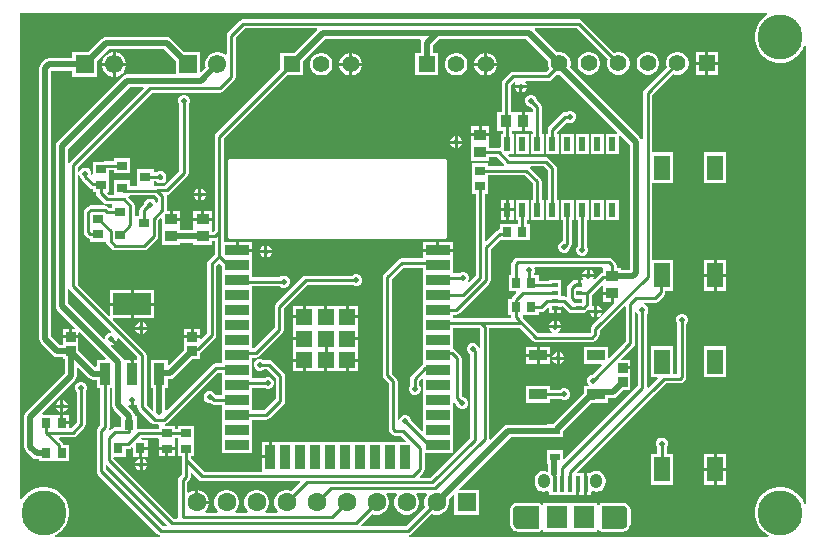
<source format=gbr>
%TF.GenerationSoftware,Altium Limited,Altium Designer,21.4.1 (30)*%
G04 Layer_Physical_Order=1*
G04 Layer_Color=255*
%FSLAX25Y25*%
%MOIN*%
%TF.SameCoordinates,82249629-20A9-4E05-8B69-989CC10A5609*%
%TF.FilePolarity,Positive*%
%TF.FileFunction,Copper,L1,Top,Signal*%
%TF.Part,Single*%
G01*
G75*
%TA.AperFunction,SMDPad,CuDef*%
%ADD10R,0.05512X0.08268*%
%TA.AperFunction,BGAPad,CuDef*%
%ADD11R,0.05236X0.05236*%
%TA.AperFunction,SMDPad,CuDef*%
%ADD12R,0.03543X0.07874*%
%ADD13R,0.07874X0.03543*%
%ADD14R,0.02362X0.04724*%
%ADD15R,0.02953X0.03347*%
%ADD16R,0.12598X0.07480*%
%ADD17R,0.03543X0.07480*%
%ADD18R,0.04134X0.03740*%
%TA.AperFunction,ConnectorPad*%
%ADD19R,0.07087X0.07480*%
%ADD20R,0.01575X0.05315*%
%TA.AperFunction,SMDPad,CuDef*%
%ADD21R,0.03197X0.03183*%
%ADD22R,0.05906X0.03543*%
%ADD23R,0.03268X0.02480*%
%ADD24R,0.01968X0.01378*%
%ADD25R,0.03347X0.02953*%
%ADD26R,0.03150X0.03543*%
%ADD27R,0.03543X0.03150*%
%ADD28R,0.03740X0.04134*%
%TA.AperFunction,Conductor*%
%ADD29C,0.01000*%
%ADD30C,0.02000*%
%TA.AperFunction,ComponentPad*%
%ADD31R,0.05512X0.05512*%
%ADD32C,0.05512*%
%ADD33R,0.06102X0.06102*%
%ADD34C,0.06102*%
%ADD35O,0.04134X0.04921*%
%ADD36C,0.06299*%
%ADD37R,0.06299X0.06299*%
%TA.AperFunction,ViaPad*%
%ADD38C,0.02000*%
%ADD39C,0.15000*%
G36*
X249134Y174407D02*
X249019Y173729D01*
X248082Y173102D01*
X246898Y171918D01*
X245967Y170526D01*
X245327Y168979D01*
X245000Y167337D01*
Y165663D01*
X245327Y164021D01*
X245967Y162474D01*
X246898Y161082D01*
X248082Y159898D01*
X249474Y158967D01*
X251021Y158327D01*
X252663Y158000D01*
X254337D01*
X255979Y158327D01*
X257526Y158967D01*
X258918Y159898D01*
X260102Y161082D01*
X261033Y162474D01*
X261500Y163602D01*
X262000Y163503D01*
Y10997D01*
X261500Y10898D01*
X261033Y12026D01*
X260102Y13418D01*
X258918Y14602D01*
X257526Y15533D01*
X255979Y16173D01*
X254337Y16500D01*
X252663D01*
X251021Y16173D01*
X249474Y15533D01*
X248082Y14602D01*
X246898Y13418D01*
X245967Y12026D01*
X245327Y10479D01*
X245000Y8837D01*
Y7163D01*
X245327Y5521D01*
X245967Y3974D01*
X246898Y2582D01*
X248082Y1398D01*
X249474Y467D01*
X249694Y376D01*
X249596Y-114D01*
X129697D01*
X129648Y386D01*
X130085Y473D01*
X130581Y804D01*
X137334Y7556D01*
X137398Y7519D01*
X138454Y7236D01*
X139546D01*
X140602Y7519D01*
X141548Y8065D01*
X142321Y8838D01*
X142867Y9784D01*
X143150Y10840D01*
Y11932D01*
X142998Y12500D01*
X144388Y13890D01*
X144850Y13699D01*
Y7236D01*
X153150D01*
Y15535D01*
X146687D01*
X146495Y15997D01*
X163734Y33236D01*
X175866D01*
Y33035D01*
X181134D01*
Y35026D01*
X190687Y44579D01*
X191374D01*
X191374Y44579D01*
X191374Y44579D01*
X191572Y44618D01*
X196098D01*
Y46122D01*
X197638D01*
X198418Y46277D01*
X199080Y46720D01*
X201285Y48925D01*
X203599D01*
Y53664D01*
Y55755D01*
X201000D01*
Y56755D01*
X203599D01*
Y58847D01*
X200777D01*
X200586Y59309D01*
X204681Y63404D01*
X205013Y63901D01*
X205129Y64486D01*
Y74917D01*
X205600Y74988D01*
X205905Y74253D01*
X206071Y74087D01*
Y50219D01*
X181596Y25745D01*
X181134Y25936D01*
Y28736D01*
X175866D01*
Y24256D01*
X176229D01*
Y21960D01*
X175814Y21682D01*
X175541Y21795D01*
X174740Y21901D01*
X173940Y21795D01*
X173194Y21486D01*
X172553Y20994D01*
X172061Y20354D01*
X171752Y19608D01*
X171647Y18807D01*
Y18020D01*
X171752Y17219D01*
X172061Y16473D01*
X172553Y15832D01*
X173194Y15341D01*
X173940Y15032D01*
X174740Y14926D01*
X175541Y15032D01*
X176094Y15261D01*
X176594Y14995D01*
Y13772D01*
X185559D01*
Y17429D01*
X186559D01*
Y13772D01*
X188118D01*
Y17429D01*
Y21087D01*
X186017D01*
X185826Y21549D01*
X215413Y51136D01*
X220114D01*
X220700Y51252D01*
X221196Y51584D01*
X221781Y52170D01*
X222113Y52666D01*
X222229Y53251D01*
Y70987D01*
X222395Y71153D01*
X222700Y71888D01*
Y72684D01*
X222395Y73419D01*
X221833Y73981D01*
X221098Y74286D01*
X220302D01*
X219567Y73981D01*
X219005Y73419D01*
X218700Y72684D01*
Y71888D01*
X219005Y71153D01*
X219171Y70987D01*
Y54195D01*
X217898D01*
Y63433D01*
X210386D01*
Y53165D01*
X212463D01*
X212655Y52703D01*
X209629Y49678D01*
X209129Y49885D01*
Y74087D01*
X209296Y74253D01*
X209600Y74988D01*
Y75784D01*
X209296Y76519D01*
X208733Y77081D01*
X207998Y77386D01*
X208069Y77856D01*
X211642D01*
X212227Y77973D01*
X212723Y78304D01*
X214723Y80304D01*
X215055Y80800D01*
X215171Y81386D01*
Y81953D01*
X217898D01*
Y92220D01*
X210829D01*
Y117780D01*
X217898D01*
Y128047D01*
X210829D01*
Y147119D01*
X217903Y154193D01*
X218769Y153961D01*
X219758D01*
X220713Y154217D01*
X221570Y154711D01*
X222269Y155410D01*
X222764Y156267D01*
X223020Y157222D01*
Y158211D01*
X222764Y159166D01*
X222269Y160023D01*
X221570Y160722D01*
X220713Y161216D01*
X219758Y161472D01*
X218769D01*
X217814Y161216D01*
X216958Y160722D01*
X216258Y160023D01*
X215764Y159166D01*
X215508Y158211D01*
Y157222D01*
X215740Y156356D01*
X208219Y148834D01*
X207887Y148338D01*
X207771Y147753D01*
Y132522D01*
X207271Y132371D01*
X206942Y132863D01*
X183424Y156380D01*
X183650Y157222D01*
Y158211D01*
X183394Y159166D01*
X182899Y160023D01*
X182200Y160722D01*
X181343Y161216D01*
X180388Y161472D01*
X179399D01*
X179102Y161393D01*
X171638Y168856D01*
X171845Y169356D01*
X185776D01*
X196055Y159078D01*
X195823Y158211D01*
Y157222D01*
X196079Y156267D01*
X196573Y155410D01*
X197273Y154711D01*
X198129Y154217D01*
X199084Y153961D01*
X200073D01*
X201028Y154217D01*
X201885Y154711D01*
X202584Y155410D01*
X203079Y156267D01*
X203335Y157222D01*
Y158211D01*
X203079Y159166D01*
X202584Y160023D01*
X201885Y160722D01*
X201028Y161216D01*
X200073Y161472D01*
X199084D01*
X198218Y161240D01*
X187491Y171967D01*
X186995Y172299D01*
X186410Y172415D01*
X74400D01*
X73815Y172299D01*
X73319Y171967D01*
X69419Y168067D01*
X69087Y167571D01*
X68971Y166986D01*
Y160786D01*
X68509Y160595D01*
X68409Y160695D01*
X67485Y161228D01*
X66454Y161504D01*
X65388D01*
X64358Y161228D01*
X63434Y160695D01*
X62679Y159940D01*
X62146Y159017D01*
X61870Y157986D01*
Y156920D01*
X62004Y156419D01*
X60592Y155007D01*
X60130Y155199D01*
Y161504D01*
X54912D01*
X50473Y165942D01*
X49812Y166384D01*
X49032Y166539D01*
X28772D01*
X27991Y166384D01*
X27330Y165942D01*
X22825Y161437D01*
X17606D01*
Y159425D01*
X9672D01*
X8891Y159270D01*
X8230Y158828D01*
X7058Y157656D01*
X6616Y156995D01*
X6461Y156214D01*
Y65886D01*
X6616Y65105D01*
X7058Y64444D01*
X11058Y60444D01*
X11720Y60002D01*
X12500Y59847D01*
X14401D01*
Y59294D01*
X14961D01*
Y54345D01*
X2058Y41442D01*
X1616Y40780D01*
X1461Y40000D01*
Y30000D01*
X1616Y29220D01*
X2058Y28558D01*
X4194Y26422D01*
X4856Y25980D01*
X5636Y25825D01*
X6465D01*
Y25327D01*
X11417D01*
X11417Y25327D01*
X11583D01*
Y25327D01*
X11917Y25327D01*
X16535D01*
Y30673D01*
X14634D01*
X14577Y30961D01*
X14245Y31457D01*
X13095Y32607D01*
X13287Y33069D01*
X17713D01*
X18298Y33186D01*
X18794Y33517D01*
X21581Y36304D01*
X21913Y36801D01*
X22029Y37386D01*
Y48287D01*
X22196Y48453D01*
X22500Y49188D01*
Y49984D01*
X22196Y50719D01*
X21633Y51281D01*
X20898Y51586D01*
X20102D01*
X19367Y51281D01*
X18804Y50719D01*
X18500Y49984D01*
Y49188D01*
X18804Y48453D01*
X18971Y48287D01*
Y38019D01*
X17079Y36128D01*
X16535D01*
Y37500D01*
X14059D01*
Y38000D01*
X13559D01*
Y40673D01*
X11583D01*
Y40673D01*
X11417D01*
Y40673D01*
X7710D01*
X7519Y41135D01*
X18442Y52058D01*
X18884Y52720D01*
X19039Y53500D01*
Y56309D01*
X19501Y56501D01*
X23172Y52830D01*
X23834Y52388D01*
X24614Y52232D01*
X24614Y52232D01*
X25673D01*
Y49531D01*
X26915D01*
Y37114D01*
X26103Y36302D01*
X25772Y35806D01*
X25655Y35221D01*
Y21701D01*
X25772Y21116D01*
X26103Y20620D01*
X45919Y804D01*
X46415Y473D01*
X46852Y386D01*
X46803Y-114D01*
X11904D01*
X11806Y376D01*
X12026Y467D01*
X13418Y1398D01*
X14602Y2582D01*
X15533Y3974D01*
X16173Y5521D01*
X16500Y7163D01*
Y8837D01*
X16173Y10479D01*
X15533Y12026D01*
X14602Y13418D01*
X13418Y14602D01*
X12026Y15533D01*
X10479Y16173D01*
X8837Y16500D01*
X7163D01*
X5521Y16173D01*
X3974Y15533D01*
X2582Y14602D01*
X1398Y13418D01*
X771Y12481D01*
X93Y12366D01*
X0Y12436D01*
Y174500D01*
X249064D01*
X249134Y174407D01*
D02*
G37*
G36*
X176218Y158509D02*
X176138Y158211D01*
Y157222D01*
X176394Y156267D01*
X176580Y155945D01*
X175538Y154903D01*
X164413D01*
X163827Y154786D01*
X163331Y154455D01*
X161064Y152188D01*
X160733Y151691D01*
X160616Y151106D01*
Y141453D01*
X159275D01*
Y135319D01*
X160971D01*
Y134272D01*
X160319D01*
Y129950D01*
X159819Y129540D01*
X159713Y129561D01*
X156567D01*
Y130984D01*
Y133354D01*
X150433D01*
Y130984D01*
Y125276D01*
X156567D01*
Y126502D01*
X159080D01*
X161608Y123974D01*
X161401Y123474D01*
X156173D01*
Y124421D01*
X150827D01*
Y119468D01*
X150827D01*
Y119303D01*
X150827D01*
Y114350D01*
X151971D01*
Y86862D01*
X149906Y84798D01*
X149523Y85080D01*
X149827Y85815D01*
Y86611D01*
X149523Y87346D01*
X148960Y87909D01*
X148225Y88213D01*
X147430D01*
X146695Y87909D01*
X146528Y87743D01*
X144366D01*
Y92728D01*
Y95000D01*
X134492D01*
Y92743D01*
X127327D01*
X126742Y92626D01*
X126246Y92295D01*
X121419Y87467D01*
X121087Y86971D01*
X120971Y86386D01*
Y53686D01*
X121087Y53101D01*
X121419Y52604D01*
X122971Y51052D01*
Y35729D01*
X123087Y35144D01*
X123419Y34648D01*
X124004Y34062D01*
X124501Y33730D01*
X125086Y33614D01*
X127081D01*
X128733Y31962D01*
X128541Y31500D01*
X83965D01*
Y26563D01*
X83465D01*
Y26063D01*
X80693D01*
Y21626D01*
X80218Y21565D01*
X61484D01*
X57029Y26019D01*
Y26850D01*
X58173D01*
Y31803D01*
X58173D01*
Y31968D01*
X58173D01*
Y36921D01*
X52827D01*
Y35974D01*
X51673D01*
Y36921D01*
X48375D01*
X48326Y37421D01*
X48585Y37473D01*
X49081Y37804D01*
X65961Y54684D01*
X67563D01*
Y52728D01*
Y47029D01*
X65404D01*
X65146Y47287D01*
X65003Y47633D01*
X64441Y48195D01*
X63705Y48500D01*
X62910D01*
X62175Y48195D01*
X61612Y47633D01*
X61308Y46898D01*
Y46102D01*
X61612Y45367D01*
X62175Y44804D01*
X62910Y44500D01*
X63608D01*
X63689Y44419D01*
X64185Y44087D01*
X64771Y43971D01*
X67563D01*
Y37728D01*
Y32728D01*
Y27728D01*
X77437D01*
Y32728D01*
Y38971D01*
X82200D01*
X82785Y39087D01*
X83281Y39419D01*
X87981Y44119D01*
X88313Y44615D01*
X88429Y45200D01*
Y53386D01*
X88313Y53971D01*
X87981Y54467D01*
X84081Y58367D01*
X83585Y58699D01*
X83000Y58815D01*
X81299D01*
X81133Y58981D01*
X80398Y59286D01*
X79602D01*
X78867Y58981D01*
X78304Y58419D01*
X78000Y57684D01*
Y56888D01*
X78304Y56153D01*
X78867Y55590D01*
X79602Y55286D01*
X80398D01*
X81133Y55590D01*
X81299Y55756D01*
X82367D01*
X85371Y52752D01*
Y45834D01*
X81567Y42029D01*
X77437D01*
Y47728D01*
Y49684D01*
X81501D01*
X81667Y49518D01*
X82402Y49213D01*
X83198D01*
X83933Y49518D01*
X84496Y50080D01*
X84800Y50815D01*
Y51611D01*
X84496Y52346D01*
X83933Y52909D01*
X83198Y53213D01*
X82402D01*
X81667Y52909D01*
X81501Y52743D01*
X77437D01*
Y57728D01*
Y59684D01*
X78800D01*
X79385Y59800D01*
X79881Y60132D01*
X87581Y67832D01*
X87913Y68328D01*
X88029Y68913D01*
Y75952D01*
X95934Y83856D01*
X110901D01*
X111067Y83690D01*
X111802Y83386D01*
X112598D01*
X113333Y83690D01*
X113895Y84253D01*
X114200Y84988D01*
Y85784D01*
X113895Y86519D01*
X113333Y87081D01*
X112598Y87386D01*
X111802D01*
X111067Y87081D01*
X110901Y86915D01*
X95300D01*
X94715Y86799D01*
X94219Y86467D01*
X85419Y77667D01*
X85087Y77171D01*
X84971Y76586D01*
Y69547D01*
X78167Y62743D01*
X77437D01*
Y67728D01*
Y72728D01*
Y77728D01*
Y83471D01*
X86701D01*
X86867Y83305D01*
X87602Y83000D01*
X88398D01*
X89133Y83305D01*
X89696Y83867D01*
X90000Y84602D01*
Y85398D01*
X89696Y86133D01*
X89133Y86695D01*
X88398Y87000D01*
X87602D01*
X86867Y86695D01*
X86701Y86529D01*
X77437D01*
Y92728D01*
Y95000D01*
X72500D01*
Y95500D01*
X72000D01*
Y98272D01*
X68029D01*
Y101386D01*
Y132662D01*
X89064Y153697D01*
X94413D01*
Y158325D01*
X101935Y165847D01*
X133593D01*
X133828Y165406D01*
X133773Y165324D01*
X133618Y164543D01*
Y161209D01*
X131902D01*
Y153697D01*
X139413D01*
Y161209D01*
X137697D01*
Y163698D01*
X139845Y165847D01*
X168880D01*
X176218Y158509D01*
D02*
G37*
G36*
X52028Y158620D02*
Y154039D01*
X35814D01*
X35034Y153884D01*
X34372Y153442D01*
X12558Y131628D01*
X12116Y130966D01*
X11961Y130186D01*
Y76986D01*
X12116Y76205D01*
X12558Y75544D01*
X18424Y69678D01*
X18232Y69216D01*
X17500D01*
Y67125D01*
X19599D01*
Y67850D01*
X20061Y68041D01*
X28628Y59474D01*
X28437Y59012D01*
X25673D01*
Y56804D01*
X25173Y56596D01*
X19599Y62171D01*
Y64034D01*
Y66125D01*
X17000D01*
X14401D01*
Y63925D01*
X13345D01*
X10539Y66730D01*
Y155347D01*
X17606D01*
Y153335D01*
X25709D01*
Y158553D01*
X29616Y162461D01*
X48187D01*
X52028Y158620D01*
D02*
G37*
G36*
X179399Y153961D02*
X180076D01*
X199265Y134772D01*
X199058Y134272D01*
X195319D01*
Y127547D01*
X199681D01*
Y133649D01*
X200181Y133856D01*
X203461Y130576D01*
Y88779D01*
X200567D01*
Y89610D01*
X199029D01*
Y90386D01*
X198913Y90971D01*
X198581Y91467D01*
X197581Y92467D01*
X197085Y92799D01*
X196500Y92915D01*
X166027D01*
X165442Y92799D01*
X164945Y92467D01*
X164360Y91881D01*
X164028Y91385D01*
X163912Y90800D01*
Y87059D01*
X162965D01*
Y81713D01*
X165396D01*
X165588Y81251D01*
X164392Y80055D01*
X164060Y79558D01*
X163961Y79059D01*
X162905D01*
Y73713D01*
X163852D01*
Y73068D01*
X163586Y72743D01*
X144366D01*
Y73971D01*
X145599D01*
X146185Y74087D01*
X146681Y74419D01*
X156581Y84319D01*
X156913Y84815D01*
X157029Y85401D01*
Y95752D01*
X159990Y98713D01*
X164583D01*
X164917Y98713D01*
X165417Y98713D01*
X170035D01*
Y104059D01*
X169059D01*
Y105500D01*
X169681D01*
Y112224D01*
X165319D01*
Y105500D01*
X166000D01*
Y104413D01*
X165647Y104059D01*
X165083Y104059D01*
X164583Y104059D01*
X159965D01*
Y102448D01*
X159465Y102349D01*
X158969Y102018D01*
X155491Y98540D01*
X155029Y98731D01*
Y114350D01*
X156173D01*
Y119303D01*
X156173D01*
Y119468D01*
X156173D01*
Y120415D01*
X168307D01*
X170971Y117752D01*
Y112224D01*
X170319D01*
Y105500D01*
X174681D01*
Y112224D01*
X174029D01*
Y118386D01*
X173913Y118971D01*
X173581Y119467D01*
X170192Y122856D01*
X170399Y123356D01*
X174866D01*
X175971Y122252D01*
Y112224D01*
X175319D01*
Y105500D01*
X179681D01*
Y112224D01*
X179029D01*
Y122886D01*
X178913Y123471D01*
X178581Y123967D01*
X176581Y125967D01*
X176085Y126299D01*
X175500Y126415D01*
X163493D01*
X162822Y127085D01*
X163014Y127547D01*
X164681D01*
Y134272D01*
X164029D01*
Y135319D01*
X167354D01*
Y138386D01*
Y141453D01*
X163675D01*
Y150473D01*
X164849Y151646D01*
X165076Y151611D01*
X165245Y151256D01*
X165280Y151074D01*
X165042Y150500D01*
X168958D01*
X168695Y151133D01*
X168485Y151344D01*
X168692Y151844D01*
X176171D01*
X176757Y151960D01*
X177068Y152168D01*
X177253Y152292D01*
X179023Y154062D01*
X179399Y153961D01*
D02*
G37*
G36*
X41350Y149499D02*
X16745Y124894D01*
X16539Y124585D01*
X16039Y124737D01*
Y129341D01*
X36659Y149961D01*
X41159D01*
X41350Y149499D01*
D02*
G37*
G36*
X45971Y112924D02*
Y111400D01*
X45471Y111300D01*
X45268Y111790D01*
X44705Y112353D01*
X43970Y112657D01*
X43174D01*
X42439Y112353D01*
X41877Y111790D01*
X41572Y111055D01*
Y111002D01*
X40356Y109785D01*
X40024Y109289D01*
X39908Y108704D01*
Y106961D01*
X38665D01*
X38364Y107336D01*
Y110322D01*
X38310Y110594D01*
X38248Y110907D01*
X38248Y110907D01*
X38248Y110907D01*
X38081Y111157D01*
X37916Y111403D01*
X36249Y113071D01*
X36456Y113571D01*
X36835D01*
Y113805D01*
X45090D01*
X45971Y112924D01*
D02*
G37*
G36*
X20131Y119867D02*
X20361Y119637D01*
X20414Y119372D01*
X20745Y118876D01*
X23331Y116290D01*
X23827Y115959D01*
X24327Y115859D01*
Y114850D01*
X25471D01*
Y114472D01*
X25587Y113886D01*
X25919Y113390D01*
X27993Y111315D01*
X28490Y110984D01*
X29075Y110867D01*
X30360D01*
X30791Y110701D01*
Y109655D01*
X29723D01*
X29376Y110003D01*
X28880Y110334D01*
X28295Y110451D01*
X23705D01*
X23120Y110334D01*
X22624Y110003D01*
X21745Y109124D01*
X21414Y108628D01*
X21297Y108043D01*
Y101413D01*
X21414Y100827D01*
X21745Y100331D01*
X22331Y99745D01*
X22827Y99414D01*
X23327Y99314D01*
Y98350D01*
X28673D01*
X28865Y97930D01*
X28878Y97864D01*
X28878Y97864D01*
X28878Y97864D01*
X29032Y97634D01*
X29210Y97368D01*
X30773Y95804D01*
X30773Y95804D01*
X30774Y95804D01*
X30970Y95673D01*
X31270Y95473D01*
X31270Y95473D01*
X31270Y95473D01*
X31593Y95408D01*
X31855Y95356D01*
X31855Y95356D01*
X31855Y95356D01*
X41500D01*
X42085Y95473D01*
X42581Y95804D01*
X45790Y99013D01*
X46122Y99509D01*
X46238Y100094D01*
Y105374D01*
X46971Y106107D01*
X47433Y105915D01*
Y102870D01*
Y97161D01*
X53567D01*
Y97992D01*
X57933D01*
Y97161D01*
X64067D01*
Y98502D01*
X64971D01*
Y94019D01*
X62919Y91967D01*
X62587Y91471D01*
X62471Y90886D01*
Y67740D01*
X60561Y65830D01*
X60099Y66021D01*
Y66125D01*
X57500D01*
X54901D01*
Y64034D01*
Y62178D01*
X49789Y57066D01*
X49327Y57257D01*
Y59012D01*
X43784D01*
Y49531D01*
X44516D01*
Y42186D01*
X44054Y41995D01*
X42329Y43719D01*
Y60386D01*
X42213Y60971D01*
X41881Y61467D01*
X31051Y72298D01*
X31242Y72760D01*
X37000D01*
Y77000D01*
X30201D01*
Y73801D01*
X29739Y73610D01*
X19356Y83992D01*
Y120531D01*
X19827Y120602D01*
X20131Y119867D01*
D02*
G37*
G36*
X99177Y168856D02*
X91530Y161209D01*
X86901D01*
Y155860D01*
X65419Y134377D01*
X65087Y133881D01*
X64971Y133295D01*
Y102019D01*
X64567Y101616D01*
X64067Y101693D01*
Y102870D01*
Y105240D01*
X57933D01*
Y102071D01*
X53567D01*
Y105240D01*
X50500D01*
Y105740D01*
X50000D01*
Y108610D01*
X49184D01*
X49029Y108799D01*
Y113558D01*
X48976Y113827D01*
X49000Y113856D01*
X49585Y113973D01*
X50081Y114304D01*
X55881Y120104D01*
X56213Y120600D01*
X56329Y121186D01*
Y143987D01*
X56495Y144153D01*
X56800Y144888D01*
Y145684D01*
X56495Y146419D01*
X55933Y146981D01*
X55198Y147286D01*
X54402D01*
X53667Y146981D01*
X53105Y146419D01*
X52800Y145684D01*
Y144888D01*
X53105Y144153D01*
X53271Y143987D01*
Y121819D01*
X48366Y116915D01*
X45724D01*
X45463Y116863D01*
X44835D01*
X44709Y117311D01*
X44709Y117363D01*
Y118356D01*
X45450D01*
X45808Y117999D01*
X46543Y117694D01*
X47339D01*
X48074Y117999D01*
X48636Y118561D01*
X48941Y119296D01*
Y120092D01*
X48636Y120827D01*
X48074Y121389D01*
X47339Y121694D01*
X46543D01*
X45870Y121415D01*
X44709D01*
Y122461D01*
X39165D01*
Y117363D01*
X39165Y117311D01*
X39039Y116863D01*
X36835D01*
Y118720D01*
X31291D01*
Y113926D01*
X29708D01*
X29246Y114389D01*
X29437Y114850D01*
X29673D01*
Y119468D01*
X29673Y119803D01*
X29673Y120303D01*
Y122097D01*
X31291D01*
Y121051D01*
X36835D01*
Y126201D01*
X31291D01*
Y125155D01*
X28759D01*
X28174Y125039D01*
X28041Y124951D01*
X27976D01*
X27829Y124921D01*
X24327D01*
Y120858D01*
X23827Y120662D01*
Y121398D01*
X23522Y122133D01*
X22960Y122696D01*
X22225Y123000D01*
X21429D01*
X20694Y122696D01*
X20131Y122133D01*
X19827Y121398D01*
X19356Y121469D01*
Y123179D01*
X44148Y147971D01*
X66814D01*
X67400Y148087D01*
X67896Y148419D01*
X71581Y152104D01*
X71913Y152601D01*
X72029Y153186D01*
Y166352D01*
X75033Y169356D01*
X98970D01*
X99177Y168856D01*
D02*
G37*
G36*
X194433Y89610D02*
Y87917D01*
X193933Y87818D01*
X193437Y87486D01*
X191679Y85728D01*
X191255Y86011D01*
X191458Y86500D01*
X187542D01*
X187785Y85913D01*
X187605Y85413D01*
X187035D01*
Y83724D01*
X186035D01*
Y85413D01*
X184551D01*
Y85164D01*
X184415Y85137D01*
X183919Y84806D01*
X182919Y83806D01*
X182587Y83310D01*
X182471Y82724D01*
Y80239D01*
X181971Y79972D01*
X181900Y80019D01*
X181315Y80136D01*
X180449D01*
Y80295D01*
Y85413D01*
X176480D01*
Y85254D01*
X173035D01*
Y87059D01*
X171592D01*
X171385Y87559D01*
X171387Y87562D01*
X171691Y88297D01*
Y89092D01*
X171582Y89356D01*
X171916Y89856D01*
X194035D01*
X194433Y89610D01*
D02*
G37*
G36*
Y83449D02*
Y81531D01*
X197500D01*
Y81031D01*
X198000D01*
Y78161D01*
X198059D01*
X198251Y77699D01*
X190771Y70220D01*
X190440Y69724D01*
X190323Y69139D01*
Y68019D01*
X190058Y67754D01*
X179611D01*
X179511Y68254D01*
X179633Y68305D01*
X180195Y68867D01*
X180458Y69500D01*
X176542D01*
X176804Y68867D01*
X177367Y68305D01*
X177489Y68254D01*
X177389Y67754D01*
X172858D01*
X167636Y72976D01*
X167702Y73588D01*
X167858Y73712D01*
X168024D01*
Y73713D01*
X172976D01*
Y74856D01*
X173713D01*
X174298Y74973D01*
X174794Y75304D01*
X175980Y76491D01*
X176480Y76284D01*
Y74358D01*
X177965D01*
Y76047D01*
X178465D01*
Y76547D01*
X180449D01*
Y76602D01*
X180949Y76810D01*
X182793Y74966D01*
X183289Y74634D01*
X183874Y74518D01*
X184551D01*
Y74358D01*
X188520D01*
Y74818D01*
X188545Y74823D01*
X189041Y75155D01*
X189582Y75695D01*
X189874Y75500D01*
X191500D01*
Y76958D01*
X191140Y76809D01*
X190735Y77182D01*
X190809Y77556D01*
Y80532D01*
X193933Y83656D01*
X194433Y83449D01*
D02*
G37*
G36*
X16745Y82278D02*
X30523Y68500D01*
X30316Y68000D01*
X30102D01*
X29367Y67695D01*
X28804Y67133D01*
X28500Y66398D01*
Y66077D01*
X28000Y65870D01*
X16039Y77830D01*
Y82434D01*
X16539Y82586D01*
X16745Y82278D01*
D02*
G37*
G36*
X202071Y76540D02*
Y65119D01*
X196560Y59609D01*
X196098Y59800D01*
Y63153D01*
X188193D01*
Y57610D01*
X193908D01*
X194099Y57148D01*
X190951Y54000D01*
X190716D01*
X189981Y53695D01*
X189419Y53133D01*
X189114Y52398D01*
Y51602D01*
X189419Y50867D01*
X189624Y50661D01*
X189417Y50161D01*
X188193D01*
Y47852D01*
X177856Y37516D01*
X175866D01*
Y37315D01*
X162890D01*
X162109Y37160D01*
X161448Y36718D01*
X156992Y32261D01*
X156543Y32493D01*
X156529Y32506D01*
Y69684D01*
X166603D01*
X171143Y65143D01*
X171639Y64812D01*
X172225Y64695D01*
X190692D01*
X191277Y64812D01*
X191773Y65143D01*
X192934Y66304D01*
X193266Y66800D01*
X193382Y67386D01*
Y68505D01*
X201609Y76732D01*
X202071Y76540D01*
D02*
G37*
G36*
X153471Y69367D02*
Y62969D01*
X153000Y62898D01*
X152696Y63633D01*
X152133Y64196D01*
X151398Y64500D01*
X150602D01*
X149867Y64196D01*
X149304Y63633D01*
X149000Y62898D01*
Y62102D01*
X149304Y61367D01*
X149867Y60804D01*
X150111Y60703D01*
Y32774D01*
X144725Y27388D01*
X144366Y27736D01*
Y32728D01*
Y37728D01*
Y42728D01*
Y44650D01*
X144866Y44857D01*
X145500Y44223D01*
Y43988D01*
X145805Y43253D01*
X146367Y42690D01*
X147102Y42386D01*
X147898D01*
X148633Y42690D01*
X149196Y43253D01*
X149500Y43988D01*
Y44784D01*
X149196Y45519D01*
X148633Y46081D01*
X147898Y46386D01*
X147663D01*
X147329Y46719D01*
Y59413D01*
X147213Y59999D01*
X146881Y60495D01*
X145081Y62295D01*
X144585Y62626D01*
X144366Y62670D01*
Y67728D01*
Y69684D01*
X153153D01*
X153471Y69367D01*
D02*
G37*
G36*
X39271Y59752D02*
Y59012D01*
X38000D01*
Y54272D01*
X37000D01*
Y59012D01*
X34728D01*
X34728Y59012D01*
Y59012D01*
X34426Y59402D01*
X34342Y59528D01*
X33801Y60069D01*
X33658Y60282D01*
X33658Y60282D01*
X32487Y61454D01*
X32273Y61596D01*
X30370Y63500D01*
X30577Y64000D01*
X30898D01*
X31633Y64305D01*
X32195Y64867D01*
X32500Y65602D01*
Y65816D01*
X33000Y66023D01*
X39271Y59752D01*
D02*
G37*
G36*
X38000Y43542D02*
X38633Y43804D01*
X38771Y43942D01*
X39271Y43735D01*
Y43086D01*
X39387Y42500D01*
X39719Y42004D01*
X43919Y37804D01*
X44415Y37473D01*
X45000Y37356D01*
X46170D01*
X46327Y36921D01*
X46327D01*
Y35974D01*
X39768D01*
X39575Y35936D01*
X39075Y36341D01*
Y40095D01*
X38537D01*
X38384Y40866D01*
X37942Y41528D01*
X36022Y43447D01*
X36367Y43804D01*
X37000Y43542D01*
Y45500D01*
X38000D01*
Y43542D01*
D02*
G37*
G36*
X67563Y90160D02*
Y87728D01*
Y82728D01*
Y77728D01*
Y72728D01*
Y67728D01*
Y62728D01*
Y57743D01*
X65327D01*
X64742Y57626D01*
X64246Y57295D01*
X49056Y42105D01*
X48594Y42296D01*
Y49531D01*
X49327D01*
Y52509D01*
X50155D01*
X50936Y52664D01*
X51597Y53106D01*
X57785Y59294D01*
X60099D01*
Y61160D01*
X60452Y61396D01*
X65081Y66025D01*
X65413Y66521D01*
X65529Y67106D01*
Y90252D01*
X66500Y91223D01*
X67563Y90160D01*
D02*
G37*
G36*
X30861Y43686D02*
X31016Y42905D01*
X31458Y42244D01*
X33925Y39777D01*
Y36415D01*
X31785D01*
X31199Y36299D01*
X30703Y35967D01*
X30112Y35376D01*
X29724Y35695D01*
X29858Y35895D01*
X29974Y36481D01*
Y49531D01*
X30861D01*
Y43686D01*
D02*
G37*
G36*
X134492Y87728D02*
Y82728D01*
Y77728D01*
Y72728D01*
Y67728D01*
Y62728D01*
Y57415D01*
X134113Y57162D01*
X130570Y53619D01*
X130238Y53123D01*
X130122Y52537D01*
Y50480D01*
X129956Y50314D01*
X129651Y49579D01*
Y48783D01*
X129956Y48048D01*
X130518Y47485D01*
X131254Y47181D01*
X132049D01*
X132784Y47485D01*
X133347Y48048D01*
X133651Y48783D01*
Y49579D01*
X133347Y50314D01*
X133181Y50480D01*
Y51904D01*
X133992Y52715D01*
X134492Y52508D01*
Y47728D01*
Y42728D01*
Y37728D01*
Y35340D01*
X134030Y35149D01*
X130500Y38679D01*
Y38914D01*
X130195Y39649D01*
X129633Y40212D01*
X128898Y40516D01*
X128102D01*
X127367Y40212D01*
X126804Y39649D01*
X126500Y38914D01*
X126029Y38985D01*
Y51686D01*
X125913Y52271D01*
X125581Y52767D01*
X124029Y54319D01*
Y85752D01*
X127961Y89684D01*
X134492D01*
Y87728D01*
D02*
G37*
G36*
X52827Y31968D02*
X52827D01*
Y31803D01*
X52827D01*
Y26850D01*
X53971D01*
Y25386D01*
Y20519D01*
X53224Y19773D01*
X52893Y19277D01*
X52776Y18691D01*
Y6580D01*
X52809Y6415D01*
X52399Y5915D01*
X51518D01*
X31256Y26177D01*
X31316Y26677D01*
X35335D01*
Y29191D01*
X36044D01*
X36629Y29307D01*
X37125Y29639D01*
X37203Y29717D01*
X37665Y29526D01*
Y26677D01*
X39740D01*
Y29449D01*
X40240D01*
Y29949D01*
X42815D01*
Y32220D01*
X40688D01*
X40440Y32720D01*
X40589Y32915D01*
X45973D01*
X46327Y32562D01*
X46327Y31968D01*
X46327Y31468D01*
Y29827D01*
X49000D01*
X51673D01*
Y31468D01*
X51673Y31803D01*
X51673Y32303D01*
Y32915D01*
X52827D01*
Y31968D01*
D02*
G37*
G36*
X144706Y27369D02*
X136902Y19565D01*
X133495D01*
X133304Y20027D01*
X134581Y21304D01*
X134913Y21801D01*
X135029Y22386D01*
Y27728D01*
X144358D01*
X144706Y27369D01*
D02*
G37*
G36*
X59769Y18954D02*
X60265Y18622D01*
X60850Y18506D01*
X93304D01*
X93495Y18044D01*
X90667Y15215D01*
X90602Y15253D01*
X89546Y15535D01*
X88454D01*
X87398Y15253D01*
X86452Y14706D01*
X85680Y13934D01*
X85133Y12988D01*
X84850Y11932D01*
Y10840D01*
X85133Y9784D01*
X85680Y8838D01*
X86102Y8415D01*
X85895Y7915D01*
X82105D01*
X81898Y8415D01*
X82320Y8838D01*
X82867Y9784D01*
X83150Y10840D01*
Y11932D01*
X82867Y12988D01*
X82320Y13934D01*
X81548Y14706D01*
X80602Y15253D01*
X79546Y15535D01*
X78454D01*
X77398Y15253D01*
X76452Y14706D01*
X75679Y13934D01*
X75133Y12988D01*
X74850Y11932D01*
Y10840D01*
X75133Y9784D01*
X75679Y8838D01*
X76102Y8415D01*
X75895Y7915D01*
X72105D01*
X71898Y8415D01*
X72320Y8838D01*
X72867Y9784D01*
X73150Y10840D01*
Y11932D01*
X72867Y12988D01*
X72320Y13934D01*
X71548Y14706D01*
X70602Y15253D01*
X69546Y15535D01*
X68454D01*
X67398Y15253D01*
X66452Y14706D01*
X65680Y13934D01*
X65133Y12988D01*
X64850Y11932D01*
Y10840D01*
X65133Y9784D01*
X65680Y8838D01*
X66102Y8415D01*
X65895Y7915D01*
X62105D01*
X61898Y8415D01*
X62321Y8838D01*
X62867Y9784D01*
X63150Y10840D01*
Y10886D01*
X59000D01*
Y11386D01*
X58500D01*
Y15535D01*
X58454D01*
X57398Y15253D01*
X56452Y14706D01*
X56297Y14551D01*
X55835Y14742D01*
Y18058D01*
X56581Y18804D01*
X56913Y19300D01*
X57029Y19886D01*
Y21040D01*
X57491Y21232D01*
X59769Y18954D01*
D02*
G37*
G36*
X135790Y14044D02*
X135679Y13934D01*
X135133Y12988D01*
X134850Y11932D01*
Y10840D01*
X135133Y9784D01*
X135171Y9719D01*
X128867Y3415D01*
X113846D01*
X113654Y3877D01*
X117333Y7556D01*
X117398Y7519D01*
X118454Y7236D01*
X119546D01*
X120602Y7519D01*
X121548Y8065D01*
X122320Y8838D01*
X122867Y9784D01*
X123150Y10840D01*
Y11932D01*
X122867Y12988D01*
X122320Y13934D01*
X122210Y14044D01*
X122401Y14506D01*
X125599D01*
X125790Y14044D01*
X125680Y13934D01*
X125133Y12988D01*
X124850Y11932D01*
Y10840D01*
X125133Y9784D01*
X125680Y8838D01*
X126452Y8065D01*
X127398Y7519D01*
X128454Y7236D01*
X129546D01*
X130602Y7519D01*
X131548Y8065D01*
X132320Y8838D01*
X132867Y9784D01*
X133150Y10840D01*
Y11932D01*
X132867Y12988D01*
X132320Y13934D01*
X132210Y14044D01*
X132402Y14506D01*
X135599D01*
X135790Y14044D01*
D02*
G37*
G36*
X49231Y3877D02*
X49039Y3415D01*
X47633D01*
X28714Y22334D01*
Y23740D01*
X29176Y23932D01*
X49231Y3877D01*
D02*
G37*
%LPC*%
G36*
X232862Y161472D02*
X229606D01*
Y158217D01*
X232862D01*
Y161472D01*
D02*
G37*
G36*
X228606D02*
X225350D01*
Y158217D01*
X228606D01*
Y161472D01*
D02*
G37*
G36*
X232862Y157217D02*
X229606D01*
Y153961D01*
X232862D01*
Y157217D01*
D02*
G37*
G36*
X228606D02*
X225350D01*
Y153961D01*
X228606D01*
Y157217D01*
D02*
G37*
G36*
X209916Y161472D02*
X208927D01*
X207972Y161216D01*
X207115Y160722D01*
X206416Y160023D01*
X205921Y159166D01*
X205665Y158211D01*
Y157222D01*
X205921Y156267D01*
X206416Y155410D01*
X207115Y154711D01*
X207972Y154217D01*
X208927Y153961D01*
X209916D01*
X210871Y154217D01*
X211727Y154711D01*
X212427Y155410D01*
X212921Y156267D01*
X213177Y157222D01*
Y158211D01*
X212921Y159166D01*
X212427Y160023D01*
X211727Y160722D01*
X210871Y161216D01*
X209916Y161472D01*
D02*
G37*
G36*
X190231D02*
X189242D01*
X188286Y161216D01*
X187430Y160722D01*
X186731Y160023D01*
X186236Y159166D01*
X185980Y158211D01*
Y157222D01*
X186236Y156267D01*
X186731Y155410D01*
X187430Y154711D01*
X188286Y154217D01*
X189242Y153961D01*
X190231D01*
X191186Y154217D01*
X192042Y154711D01*
X192742Y155410D01*
X193236Y156267D01*
X193492Y157222D01*
Y158211D01*
X193236Y159166D01*
X192742Y160023D01*
X192042Y160722D01*
X191186Y161216D01*
X190231Y161472D01*
D02*
G37*
G36*
X235614Y128047D02*
X228102D01*
Y117780D01*
X235614D01*
Y128047D01*
D02*
G37*
G36*
Y92220D02*
X232358D01*
Y87587D01*
X235614D01*
Y92220D01*
D02*
G37*
G36*
X231358D02*
X228102D01*
Y87587D01*
X231358D01*
Y92220D01*
D02*
G37*
G36*
X235614Y86587D02*
X232358D01*
Y81953D01*
X235614D01*
Y86587D01*
D02*
G37*
G36*
X231358D02*
X228102D01*
Y81953D01*
X231358D01*
Y86587D01*
D02*
G37*
G36*
X235614Y63433D02*
X228102D01*
Y53165D01*
X235614D01*
Y63433D01*
D02*
G37*
G36*
X14500Y45458D02*
Y44000D01*
X15958D01*
X15696Y44633D01*
X15133Y45195D01*
X14500Y45458D01*
D02*
G37*
G36*
X13500D02*
X12867Y45195D01*
X12304Y44633D01*
X12042Y44000D01*
X13500D01*
Y45458D01*
D02*
G37*
G36*
X15958Y43000D02*
X14500D01*
Y41542D01*
X15133Y41805D01*
X15696Y42367D01*
X15958Y43000D01*
D02*
G37*
G36*
X13500D02*
X12042D01*
X12304Y42367D01*
X12867Y41805D01*
X13500Y41542D01*
Y43000D01*
D02*
G37*
G36*
X16535Y40673D02*
X14559D01*
Y38500D01*
X16535D01*
Y40673D01*
D02*
G37*
G36*
X235614Y27606D02*
X232358D01*
Y22972D01*
X235614D01*
Y27606D01*
D02*
G37*
G36*
X231358D02*
X228102D01*
Y22972D01*
X231358D01*
Y27606D01*
D02*
G37*
G36*
X235614Y21972D02*
X232358D01*
Y17338D01*
X235614D01*
Y21972D01*
D02*
G37*
G36*
X231358D02*
X228102D01*
Y17338D01*
X231358D01*
Y21972D01*
D02*
G37*
G36*
X214398Y33000D02*
X213602D01*
X212867Y32695D01*
X212304Y32133D01*
X212000Y31398D01*
Y30602D01*
X212304Y29867D01*
X212612Y29559D01*
Y27606D01*
X210386D01*
Y17338D01*
X217898D01*
Y27606D01*
X215671D01*
Y29843D01*
X215696Y29867D01*
X216000Y30602D01*
Y31398D01*
X215696Y32133D01*
X215133Y32695D01*
X214398Y33000D01*
D02*
G37*
G36*
X192260Y21901D02*
X191459Y21795D01*
X190713Y21486D01*
X190193Y21087D01*
X189118D01*
Y17429D01*
Y13772D01*
X190406D01*
Y14995D01*
X190906Y15261D01*
X191459Y15032D01*
X192260Y14926D01*
X193060Y15032D01*
X193807Y15341D01*
X194447Y15832D01*
X194939Y16473D01*
X195248Y17219D01*
X195353Y18020D01*
Y18807D01*
X195248Y19608D01*
X194939Y20354D01*
X194447Y20994D01*
X193807Y21486D01*
X193060Y21795D01*
X192260Y21901D01*
D02*
G37*
G36*
X201658Y11146D02*
X194002D01*
X193612Y11068D01*
X193281Y10847D01*
X193071Y10532D01*
X193026Y10523D01*
X192571Y10616D01*
Y11126D01*
X174429D01*
Y10616D01*
X173974Y10523D01*
X173929Y10532D01*
X173719Y10847D01*
X173388Y11068D01*
X172998Y11146D01*
X165342D01*
X164952Y11068D01*
X164518Y10888D01*
X164187Y10667D01*
X163855Y10335D01*
X163634Y10004D01*
X163454Y9570D01*
X163376Y9180D01*
Y4223D01*
X163454Y3832D01*
X163753Y3109D01*
X163974Y2778D01*
X164528Y2224D01*
X164859Y2003D01*
X165582Y1704D01*
X165973Y1626D01*
X172998D01*
X173388Y1704D01*
X173719Y1925D01*
X173929Y2239D01*
X173974Y2249D01*
X174429Y2156D01*
Y1646D01*
X192571D01*
Y2156D01*
X193026Y2249D01*
X193071Y2239D01*
X193281Y1925D01*
X193612Y1704D01*
X194002Y1626D01*
X201027D01*
X201418Y1704D01*
X202141Y2003D01*
X202472Y2224D01*
X203026Y2778D01*
X203247Y3109D01*
X203546Y3832D01*
X203624Y4223D01*
Y9180D01*
X203546Y9570D01*
X203366Y10004D01*
X203146Y10335D01*
X202813Y10667D01*
X202483Y10888D01*
X202048Y11068D01*
X201658Y11146D01*
D02*
G37*
%LPD*%
G36*
X202092Y9946D02*
X202425Y9614D01*
X202604Y9180D01*
Y8945D01*
Y4614D01*
Y4223D01*
X202305Y3499D01*
X201751Y2945D01*
X201027Y2646D01*
X194002D01*
Y10126D01*
X201658D01*
X202092Y9946D01*
D02*
G37*
G36*
X172998Y2646D02*
X165973D01*
X165249Y2945D01*
X164695Y3499D01*
X164396Y4223D01*
Y4614D01*
Y8945D01*
Y9180D01*
X164576Y9614D01*
X164908Y9946D01*
X165342Y10126D01*
X172998D01*
Y2646D01*
D02*
G37*
%LPC*%
G36*
X155843Y161207D02*
Y157953D01*
X159097D01*
X158843Y158903D01*
X158348Y159759D01*
X157649Y160458D01*
X156792Y160953D01*
X155843Y161207D01*
D02*
G37*
G36*
X154843D02*
X153893Y160953D01*
X153036Y160458D01*
X152337Y159759D01*
X151843Y158903D01*
X151588Y157953D01*
X154843D01*
Y161207D01*
D02*
G37*
G36*
X110843D02*
Y157953D01*
X114097D01*
X113842Y158903D01*
X113348Y159759D01*
X112649Y160458D01*
X111792Y160953D01*
X110843Y161207D01*
D02*
G37*
G36*
X109843D02*
X108893Y160953D01*
X108036Y160458D01*
X107337Y159759D01*
X106843Y158903D01*
X106588Y157953D01*
X109843D01*
Y161207D01*
D02*
G37*
G36*
X159097Y156953D02*
X155843D01*
Y153698D01*
X156792Y153953D01*
X157649Y154447D01*
X158348Y155147D01*
X158843Y156003D01*
X159097Y156953D01*
D02*
G37*
G36*
X154843D02*
X151588D01*
X151843Y156003D01*
X152337Y155147D01*
X153036Y154447D01*
X153893Y153953D01*
X154843Y153698D01*
Y156953D01*
D02*
G37*
G36*
X114097D02*
X110843D01*
Y153698D01*
X111792Y153953D01*
X112649Y154447D01*
X113348Y155147D01*
X113842Y156003D01*
X114097Y156953D01*
D02*
G37*
G36*
X109843D02*
X106588D01*
X106843Y156003D01*
X107337Y155147D01*
X108036Y154447D01*
X108893Y153953D01*
X109843Y153698D01*
Y156953D01*
D02*
G37*
G36*
X145994Y161209D02*
X145006D01*
X144050Y160953D01*
X143194Y160458D01*
X142494Y159759D01*
X142000Y158903D01*
X141744Y157947D01*
Y156958D01*
X142000Y156003D01*
X142494Y155147D01*
X143194Y154447D01*
X144050Y153953D01*
X145006Y153697D01*
X145994D01*
X146950Y153953D01*
X147806Y154447D01*
X148505Y155147D01*
X149000Y156003D01*
X149256Y156958D01*
Y157947D01*
X149000Y158903D01*
X148505Y159759D01*
X147806Y160458D01*
X146950Y160953D01*
X145994Y161209D01*
D02*
G37*
G36*
X100995D02*
X100005D01*
X99050Y160953D01*
X98194Y160458D01*
X97495Y159759D01*
X97000Y158903D01*
X96744Y157947D01*
Y156958D01*
X97000Y156003D01*
X97495Y155147D01*
X98194Y154447D01*
X99050Y153953D01*
X100005Y153697D01*
X100995D01*
X101950Y153953D01*
X102806Y154447D01*
X103506Y155147D01*
X104000Y156003D01*
X104256Y156958D01*
Y157947D01*
X104000Y158903D01*
X103506Y159759D01*
X102806Y160458D01*
X101950Y160953D01*
X100995Y161209D01*
D02*
G37*
G36*
X156567Y136724D02*
X154000D01*
Y134354D01*
X156567D01*
Y136724D01*
D02*
G37*
G36*
X153000D02*
X150433D01*
Y134354D01*
X153000D01*
Y136724D01*
D02*
G37*
G36*
X146000Y133458D02*
Y132000D01*
X147458D01*
X147195Y132633D01*
X146633Y133195D01*
X146000Y133458D01*
D02*
G37*
G36*
X145000D02*
X144367Y133195D01*
X143805Y132633D01*
X143542Y132000D01*
X145000D01*
Y133458D01*
D02*
G37*
G36*
X147458Y131000D02*
X146000D01*
Y129542D01*
X146633Y129805D01*
X147195Y130367D01*
X147458Y131000D01*
D02*
G37*
G36*
X145000D02*
X143542D01*
X143805Y130367D01*
X144367Y129805D01*
X145000Y129542D01*
Y131000D01*
D02*
G37*
G36*
X141398Y126008D02*
X70531D01*
X70141Y125930D01*
X69810Y125709D01*
X69589Y125378D01*
X69512Y124988D01*
Y100185D01*
X69589Y99795D01*
X69810Y99464D01*
X70141Y99243D01*
X70531Y99165D01*
X141398D01*
X141788Y99243D01*
X142119Y99464D01*
X142340Y99795D01*
X142417Y100185D01*
Y124988D01*
X142340Y125378D01*
X142119Y125709D01*
X141788Y125930D01*
X141398Y126008D01*
D02*
G37*
G36*
X144366Y98272D02*
X139929D01*
Y96000D01*
X144366D01*
Y98272D01*
D02*
G37*
G36*
X138929D02*
X134492D01*
Y96000D01*
X138929D01*
Y98272D01*
D02*
G37*
G36*
X77437D02*
X73000D01*
Y96000D01*
X77437D01*
Y98272D01*
D02*
G37*
G36*
X82500Y96958D02*
Y95500D01*
X83958D01*
X83696Y96133D01*
X83133Y96696D01*
X82500Y96958D01*
D02*
G37*
G36*
X81500D02*
X80867Y96696D01*
X80304Y96133D01*
X80042Y95500D01*
X81500D01*
Y96958D01*
D02*
G37*
G36*
X83958Y94500D02*
X82500D01*
Y93042D01*
X83133Y93305D01*
X83696Y93867D01*
X83958Y94500D01*
D02*
G37*
G36*
X81500D02*
X80042D01*
X80304Y93867D01*
X80867Y93305D01*
X81500Y93042D01*
Y94500D01*
D02*
G37*
G36*
X112870Y76815D02*
X109752D01*
Y73697D01*
X112870D01*
Y76815D01*
D02*
G37*
G36*
X94303D02*
X91185D01*
Y73697D01*
X94303D01*
Y76815D01*
D02*
G37*
G36*
X108752D02*
X102528D01*
Y73197D01*
X101528D01*
Y76815D01*
X95303D01*
Y73197D01*
X94803D01*
Y72697D01*
X91185D01*
Y69579D01*
Y66472D01*
X94803D01*
Y65472D01*
X91185D01*
Y62354D01*
Y59248D01*
X94803D01*
Y58748D01*
X95303D01*
Y55130D01*
X101528D01*
Y58748D01*
X102528D01*
Y55130D01*
X108752D01*
Y58748D01*
X109252D01*
Y59248D01*
X112870D01*
Y62354D01*
Y65472D01*
X109252D01*
Y66472D01*
X112870D01*
Y69579D01*
Y72697D01*
X109252D01*
Y73197D01*
X108752D01*
Y76815D01*
D02*
G37*
G36*
X112870Y58248D02*
X109752D01*
Y55130D01*
X112870D01*
Y58248D01*
D02*
G37*
G36*
X94303D02*
X91185D01*
Y55130D01*
X94303D01*
Y58248D01*
D02*
G37*
G36*
X82965Y31500D02*
X80693D01*
Y27063D01*
X82965D01*
Y31500D01*
D02*
G37*
G36*
X32033Y161437D02*
X32000D01*
Y157886D01*
X35551D01*
Y157919D01*
X35275Y158949D01*
X34742Y159873D01*
X33988Y160627D01*
X33064Y161161D01*
X32033Y161437D01*
D02*
G37*
G36*
X31000D02*
X30967D01*
X29936Y161161D01*
X29013Y160627D01*
X28258Y159873D01*
X27725Y158949D01*
X27449Y157919D01*
Y157886D01*
X31000D01*
Y161437D01*
D02*
G37*
G36*
X35551Y156886D02*
X32000D01*
Y153335D01*
X32033D01*
X33064Y153611D01*
X33988Y154144D01*
X34742Y154898D01*
X35275Y155822D01*
X35551Y156852D01*
Y156886D01*
D02*
G37*
G36*
X31000D02*
X27449D01*
Y156852D01*
X27725Y155822D01*
X28258Y154898D01*
X29013Y154144D01*
X29936Y153611D01*
X30967Y153335D01*
X31000D01*
Y156886D01*
D02*
G37*
G36*
X16500Y69216D02*
X14401D01*
Y67125D01*
X16500D01*
Y69216D01*
D02*
G37*
G36*
X168958Y149500D02*
X167500D01*
Y148042D01*
X168133Y148304D01*
X168695Y148867D01*
X168958Y149500D01*
D02*
G37*
G36*
X166500D02*
X165042D01*
X165305Y148867D01*
X165867Y148304D01*
X166500Y148042D01*
Y149500D01*
D02*
G37*
G36*
X183898Y141986D02*
X183102D01*
X182367Y141681D01*
X182201Y141515D01*
X181850D01*
X181265Y141399D01*
X180769Y141067D01*
X176419Y136717D01*
X176087Y136221D01*
X175971Y135636D01*
Y134272D01*
X175319D01*
Y127547D01*
X179681D01*
Y134272D01*
X179029D01*
Y135002D01*
X182342Y138315D01*
X182367Y138290D01*
X183102Y137986D01*
X183898D01*
X184633Y138290D01*
X185196Y138853D01*
X185500Y139588D01*
Y140384D01*
X185196Y141119D01*
X184633Y141681D01*
X183898Y141986D01*
D02*
G37*
G36*
X194681Y134272D02*
X190319D01*
Y127547D01*
X194681D01*
Y134272D01*
D02*
G37*
G36*
X189681D02*
X185319D01*
Y127547D01*
X189681D01*
Y134272D01*
D02*
G37*
G36*
X184681D02*
X180319D01*
Y127547D01*
X184681D01*
Y134272D01*
D02*
G37*
G36*
X170898Y147286D02*
X170102D01*
X169367Y146981D01*
X168805Y146419D01*
X168500Y145684D01*
Y144888D01*
X168805Y144153D01*
X169367Y143590D01*
X170102Y143286D01*
X170337D01*
X170971Y142652D01*
Y141851D01*
X170724Y141453D01*
X170471Y141453D01*
X168354D01*
Y138386D01*
Y135319D01*
X170471D01*
X170724Y135319D01*
X170971Y134921D01*
Y134272D01*
X170319D01*
Y127547D01*
X174681D01*
Y134272D01*
X174029D01*
Y143286D01*
X173913Y143871D01*
X173581Y144367D01*
X172500Y145449D01*
Y145684D01*
X172195Y146419D01*
X171633Y146981D01*
X170898Y147286D01*
D02*
G37*
G36*
X169681Y134272D02*
X165319D01*
Y127547D01*
X169681D01*
Y134272D01*
D02*
G37*
G36*
X164681Y112224D02*
X163000D01*
Y109362D01*
X164681D01*
Y112224D01*
D02*
G37*
G36*
X162000D02*
X160319D01*
Y109362D01*
X162000D01*
Y112224D01*
D02*
G37*
G36*
X199681D02*
X195319D01*
Y105500D01*
X199681D01*
Y112224D01*
D02*
G37*
G36*
X194681D02*
X190319D01*
Y105500D01*
X194681D01*
Y112224D01*
D02*
G37*
G36*
X164681Y108362D02*
X163000D01*
Y105500D01*
X164681D01*
Y108362D01*
D02*
G37*
G36*
X162000D02*
X160319D01*
Y105500D01*
X162000D01*
Y108362D01*
D02*
G37*
G36*
X184681Y112224D02*
X180319D01*
Y105500D01*
X180971D01*
Y98445D01*
X180367Y98195D01*
X179805Y97633D01*
X179500Y96898D01*
Y96102D01*
X179805Y95367D01*
X180367Y94805D01*
X181102Y94500D01*
X181898D01*
X182633Y94805D01*
X183195Y95367D01*
X183500Y96102D01*
Y96337D01*
X183581Y96419D01*
X183913Y96915D01*
X184029Y97500D01*
Y105500D01*
X184681D01*
Y112224D01*
D02*
G37*
G36*
X189681D02*
X185319D01*
Y105500D01*
X185971D01*
Y96785D01*
X185804Y96619D01*
X185500Y95884D01*
Y95088D01*
X185804Y94353D01*
X186367Y93790D01*
X187102Y93486D01*
X187898D01*
X188633Y93790D01*
X189196Y94353D01*
X189500Y95088D01*
Y95884D01*
X189196Y96619D01*
X189029Y96785D01*
Y105500D01*
X189681D01*
Y112224D01*
D02*
G37*
G36*
X44799Y82240D02*
X38000D01*
Y78000D01*
X44799D01*
Y82240D01*
D02*
G37*
G36*
X37000D02*
X30201D01*
Y78000D01*
X37000D01*
Y82240D01*
D02*
G37*
G36*
X44799Y77000D02*
X38000D01*
Y72760D01*
X44799D01*
Y77000D01*
D02*
G37*
G36*
X41000Y71458D02*
Y70000D01*
X42458D01*
X42195Y70633D01*
X41633Y71196D01*
X41000Y71458D01*
D02*
G37*
G36*
X40000D02*
X39367Y71196D01*
X38805Y70633D01*
X38542Y70000D01*
X40000D01*
Y71458D01*
D02*
G37*
G36*
X42458Y69000D02*
X41000D01*
Y67542D01*
X41633Y67804D01*
X42195Y68367D01*
X42458Y69000D01*
D02*
G37*
G36*
X40000D02*
X38542D01*
X38805Y68367D01*
X39367Y67804D01*
X40000Y67542D01*
Y69000D01*
D02*
G37*
G36*
X60099Y69216D02*
X58000D01*
Y67125D01*
X60099D01*
Y69216D01*
D02*
G37*
G36*
X57000D02*
X54901D01*
Y67125D01*
X57000D01*
Y69216D01*
D02*
G37*
G36*
X60500Y115958D02*
Y114500D01*
X61958D01*
X61695Y115133D01*
X61133Y115696D01*
X60500Y115958D01*
D02*
G37*
G36*
X59500D02*
X58867Y115696D01*
X58305Y115133D01*
X58042Y114500D01*
X59500D01*
Y115958D01*
D02*
G37*
G36*
X61958Y113500D02*
X60500D01*
Y112042D01*
X61133Y112304D01*
X61695Y112867D01*
X61958Y113500D01*
D02*
G37*
G36*
X59500D02*
X58042D01*
X58305Y112867D01*
X58867Y112304D01*
X59500Y112042D01*
Y113500D01*
D02*
G37*
G36*
X64067Y108610D02*
X61500D01*
Y106240D01*
X64067D01*
Y108610D01*
D02*
G37*
G36*
X60500D02*
X57933D01*
Y106240D01*
X60500D01*
Y108610D01*
D02*
G37*
G36*
X53567D02*
X51000D01*
Y106240D01*
X53567D01*
Y108610D01*
D02*
G37*
G36*
X190000Y88958D02*
Y87500D01*
X191458D01*
X191195Y88133D01*
X190633Y88696D01*
X190000Y88958D01*
D02*
G37*
G36*
X189000D02*
X188367Y88696D01*
X187804Y88133D01*
X187542Y87500D01*
X189000D01*
Y88958D01*
D02*
G37*
G36*
X197000Y80531D02*
X194433D01*
Y78161D01*
X197000D01*
Y80531D01*
D02*
G37*
G36*
X192500Y76958D02*
Y75500D01*
X193958D01*
X193695Y76133D01*
X193133Y76696D01*
X192500Y76958D01*
D02*
G37*
G36*
X180449Y75547D02*
X178965D01*
Y74358D01*
X180449D01*
Y75547D01*
D02*
G37*
G36*
X193958Y74500D02*
X192500D01*
Y73042D01*
X193133Y73304D01*
X193695Y73867D01*
X193958Y74500D01*
D02*
G37*
G36*
X191500D02*
X190042D01*
X190305Y73867D01*
X190867Y73304D01*
X191500Y73042D01*
Y74500D01*
D02*
G37*
G36*
X179000Y71958D02*
Y70500D01*
X180458D01*
X180195Y71133D01*
X179633Y71696D01*
X179000Y71958D01*
D02*
G37*
G36*
X178000D02*
X177367Y71696D01*
X176804Y71133D01*
X176542Y70500D01*
X178000D01*
Y71958D01*
D02*
G37*
G36*
X176807Y63153D02*
X173354D01*
Y60882D01*
X176807D01*
Y63153D01*
D02*
G37*
G36*
X172354D02*
X168902D01*
Y60882D01*
X172354D01*
Y63153D01*
D02*
G37*
G36*
X180000Y61458D02*
Y60000D01*
X181458D01*
X181195Y60633D01*
X180633Y61195D01*
X180000Y61458D01*
D02*
G37*
G36*
X179000D02*
X178367Y61195D01*
X177805Y60633D01*
X177542Y60000D01*
X179000D01*
Y61458D01*
D02*
G37*
G36*
X176807Y59882D02*
X173354D01*
Y57610D01*
X176807D01*
Y59882D01*
D02*
G37*
G36*
X172354D02*
X168902D01*
Y57610D01*
X172354D01*
Y59882D01*
D02*
G37*
G36*
X181458Y59000D02*
X180000D01*
Y57542D01*
X180633Y57805D01*
X181195Y58367D01*
X181458Y59000D01*
D02*
G37*
G36*
X179000D02*
X177542D01*
X177805Y58367D01*
X178367Y57805D01*
X179000Y57542D01*
Y59000D01*
D02*
G37*
G36*
X176807Y50161D02*
X168902D01*
Y44618D01*
X176807D01*
Y45860D01*
X180197D01*
X180367Y45690D01*
X181102Y45386D01*
X181898D01*
X182633Y45690D01*
X183195Y46253D01*
X183500Y46988D01*
Y47784D01*
X183195Y48519D01*
X182633Y49081D01*
X181898Y49386D01*
X181102D01*
X180367Y49081D01*
X180205Y48919D01*
X176807D01*
Y50161D01*
D02*
G37*
G36*
X51673Y28827D02*
X49500D01*
Y26850D01*
X51673D01*
Y28827D01*
D02*
G37*
G36*
X48500D02*
X46327D01*
Y26850D01*
X48500D01*
Y28827D01*
D02*
G37*
G36*
X42815Y28949D02*
X40740D01*
Y26677D01*
X42815D01*
Y28949D01*
D02*
G37*
G36*
X41000Y25958D02*
Y24500D01*
X42458D01*
X42195Y25133D01*
X41633Y25695D01*
X41000Y25958D01*
D02*
G37*
G36*
X40000D02*
X39367Y25695D01*
X38805Y25133D01*
X38542Y24500D01*
X40000D01*
Y25958D01*
D02*
G37*
G36*
X42458Y23500D02*
X41000D01*
Y22042D01*
X41633Y22305D01*
X42195Y22867D01*
X42458Y23500D01*
D02*
G37*
G36*
X40000D02*
X38542D01*
X38805Y22867D01*
X39367Y22305D01*
X40000Y22042D01*
Y23500D01*
D02*
G37*
G36*
X59546Y15535D02*
X59500D01*
Y11886D01*
X63150D01*
Y11932D01*
X62867Y12988D01*
X62321Y13934D01*
X61548Y14706D01*
X60602Y15253D01*
X59546Y15535D01*
D02*
G37*
%LPD*%
D10*
X214142Y87087D02*
D03*
Y122913D02*
D03*
X231858Y87087D02*
D03*
Y122913D02*
D03*
X214142Y22472D02*
D03*
Y58299D02*
D03*
X231858Y22472D02*
D03*
Y58299D02*
D03*
D11*
X109252Y58748D02*
D03*
X102028D02*
D03*
X94803D02*
D03*
X109252Y65972D02*
D03*
X102028D02*
D03*
X94803D02*
D03*
X109252Y73197D02*
D03*
X102028D02*
D03*
X94803D02*
D03*
D12*
X128465Y26563D02*
D03*
X123465D02*
D03*
X118465D02*
D03*
X113465D02*
D03*
X108465D02*
D03*
X103465D02*
D03*
X98465D02*
D03*
X93465D02*
D03*
X88465D02*
D03*
X83465D02*
D03*
D13*
X139429Y95500D02*
D03*
Y90500D02*
D03*
Y85500D02*
D03*
Y80500D02*
D03*
Y75500D02*
D03*
Y70500D02*
D03*
Y65500D02*
D03*
Y60500D02*
D03*
Y55500D02*
D03*
Y50500D02*
D03*
Y45500D02*
D03*
Y40500D02*
D03*
Y35500D02*
D03*
Y30500D02*
D03*
X72500D02*
D03*
Y35500D02*
D03*
Y40500D02*
D03*
Y45500D02*
D03*
Y50500D02*
D03*
Y55500D02*
D03*
Y60500D02*
D03*
Y65500D02*
D03*
Y70500D02*
D03*
Y75500D02*
D03*
Y80500D02*
D03*
Y85500D02*
D03*
Y90500D02*
D03*
Y95500D02*
D03*
D14*
X162500Y130909D02*
D03*
X167500D02*
D03*
X172500D02*
D03*
X177500D02*
D03*
X182500D02*
D03*
X187500D02*
D03*
X192500D02*
D03*
X197500D02*
D03*
Y108862D02*
D03*
X192500D02*
D03*
X187500D02*
D03*
X182500D02*
D03*
X177500D02*
D03*
X172500D02*
D03*
X167500D02*
D03*
X162500D02*
D03*
D15*
X14059Y38000D02*
D03*
X8941D02*
D03*
Y28000D02*
D03*
X14059D02*
D03*
X170500Y76386D02*
D03*
X165382D02*
D03*
X165441Y84386D02*
D03*
X170559D02*
D03*
X167559Y101386D02*
D03*
X162441D02*
D03*
D16*
X37500Y77500D02*
D03*
D17*
X46555Y54272D02*
D03*
X37500D02*
D03*
X28445D02*
D03*
D18*
X153500Y128146D02*
D03*
Y133854D02*
D03*
X197500Y86740D02*
D03*
Y81031D02*
D03*
X61000Y100031D02*
D03*
Y105740D02*
D03*
X50500Y100031D02*
D03*
Y105740D02*
D03*
D19*
X188028Y6386D02*
D03*
X178972D02*
D03*
D20*
X178382Y17429D02*
D03*
X188618D02*
D03*
X180941D02*
D03*
X183500D02*
D03*
X186059D02*
D03*
D21*
X201000Y51516D02*
D03*
Y56255D02*
D03*
X57500Y66625D02*
D03*
Y61886D02*
D03*
X17000Y66625D02*
D03*
Y61886D02*
D03*
D22*
X172854Y47390D02*
D03*
Y60382D02*
D03*
X192146D02*
D03*
Y47390D02*
D03*
D23*
X178500Y26496D02*
D03*
Y35276D02*
D03*
D24*
X178465Y78606D02*
D03*
Y76047D02*
D03*
X186535D02*
D03*
Y78606D02*
D03*
Y81165D02*
D03*
Y83724D02*
D03*
X178465D02*
D03*
Y81165D02*
D03*
D25*
X49000Y29327D02*
D03*
Y34445D02*
D03*
X55500D02*
D03*
Y29327D02*
D03*
X26000Y100827D02*
D03*
Y105945D02*
D03*
X153500Y116827D02*
D03*
Y121945D02*
D03*
X27000Y122445D02*
D03*
Y117327D02*
D03*
D26*
X32760Y29449D02*
D03*
X40240D02*
D03*
X36500Y37323D02*
D03*
D27*
X33563Y108126D02*
D03*
Y100646D02*
D03*
X41437Y104386D02*
D03*
X34063Y123626D02*
D03*
Y116146D02*
D03*
X41937Y119886D02*
D03*
D28*
X167854Y138386D02*
D03*
X162146D02*
D03*
D29*
X30500Y66000D02*
X37500Y59000D01*
Y54272D02*
Y59000D01*
X21827Y119958D02*
Y121000D01*
Y119958D02*
X24413Y117372D01*
X151000Y62500D02*
X151641Y61859D01*
Y32141D02*
Y61859D01*
X17827Y123813D02*
X43514Y149500D01*
X66814D02*
X70500Y153186D01*
X43514Y149500D02*
X66814D01*
X17827Y83359D02*
X40800Y60386D01*
X17827Y83359D02*
Y123813D01*
X73117Y86213D02*
X74330Y85000D01*
X135803Y31213D02*
X140046D01*
X153000Y128031D02*
X159713D01*
X127327Y91213D02*
X140046D01*
X55500Y25386D02*
Y29327D01*
Y19886D02*
Y25386D01*
X68673Y91213D02*
X73117D01*
X135195Y56081D02*
X139913D01*
X65327Y56213D02*
X73117D01*
X104000Y6386D02*
X109000Y11386D01*
X54500Y6386D02*
X104000D01*
X54306Y6580D02*
X54500Y6386D01*
X54306Y6580D02*
Y18691D01*
X55500Y19886D01*
X129500Y1886D02*
X139000Y11386D01*
X47000Y1886D02*
X129500D01*
X27185Y21701D02*
X47000Y1886D01*
X27185Y21701D02*
Y35221D01*
X28445Y36481D01*
Y54272D01*
X112000Y4386D02*
X119000Y11386D01*
X50885Y4386D02*
X112000D01*
X29685Y25586D02*
X50885Y4386D01*
X29685Y25586D02*
Y32786D01*
X31785Y34886D01*
X36500D01*
Y37323D01*
X48000Y38886D02*
X65327Y56213D01*
X45000Y38886D02*
X48000D01*
X40800Y43086D02*
X45000Y38886D01*
X40800Y43086D02*
Y60386D01*
X70500Y153186D02*
Y166986D01*
X74400Y170886D01*
X186410D01*
X199579Y157717D01*
X182500Y97500D02*
Y108862D01*
X181500Y96500D02*
X182500Y97500D01*
X220700Y53251D02*
Y72286D01*
X220114Y52665D02*
X220700Y53251D01*
X214780Y52665D02*
X220114D01*
X183500Y21386D02*
X214780Y52665D01*
X183500Y17429D02*
Y21386D01*
X180941Y17429D02*
Y22927D01*
X207600Y49586D01*
Y75386D01*
X187500Y95486D02*
Y108862D01*
X27000Y114472D02*
Y117327D01*
Y114472D02*
X29075Y112397D01*
X34760D01*
X36835Y110322D01*
Y103720D02*
Y110322D01*
X33760Y100646D02*
X36835Y103720D01*
X33563Y100646D02*
X33760D01*
X26955Y117372D02*
X27000Y117327D01*
X24413Y117372D02*
X26955D01*
X181850Y139986D02*
X183500D01*
X177500Y135636D02*
X181850Y139986D01*
X177500Y130909D02*
Y135636D01*
X74330Y85000D02*
X88000D01*
X41937Y119886D02*
X46631D01*
X47250Y119502D01*
X214000Y31000D02*
X214142Y30608D01*
Y22472D02*
Y30608D01*
X102028Y58748D02*
Y65972D01*
X184980Y78606D02*
X186535D01*
X184000Y79586D02*
X184980Y78606D01*
X184000Y79586D02*
Y82724D01*
X185000Y83724D01*
X186535D01*
X213642Y81386D02*
Y86972D01*
X211642Y79386D02*
X213642Y81386D01*
X205600Y79386D02*
X211642D01*
X203600Y77386D02*
X205600Y79386D01*
X203600Y64486D02*
Y77386D01*
X191114Y52000D02*
X203600Y64486D01*
X41437Y108704D02*
X43481Y110748D01*
X41437Y104386D02*
Y108704D01*
X128500Y38516D02*
X135803Y31213D01*
X43481Y110748D02*
X43663Y110566D01*
X159713Y128031D02*
X162859Y124886D01*
X175500D01*
X177500Y122886D01*
Y108862D02*
Y122886D01*
X27000Y122445D02*
X27976Y123421D01*
X28554D01*
X28759Y123626D01*
X34063D01*
X23413Y100827D02*
X26000D01*
X22827Y101413D02*
X23413Y100827D01*
X22827Y101413D02*
Y108043D01*
X23705Y108921D01*
X28295D01*
X29090Y108126D01*
X33563D01*
X32760Y29449D02*
Y29646D01*
X33835Y30720D01*
X36044D01*
X39768Y34445D01*
X49000D01*
X55500D01*
X167530Y101415D02*
X167559Y101386D01*
X167530Y101415D02*
Y108833D01*
X167500Y108862D02*
X167530Y108833D01*
X153500Y121945D02*
X168941D01*
X172500Y118386D01*
Y108862D02*
Y118386D01*
X73117Y61213D02*
X78800D01*
X86500Y68913D01*
Y76586D01*
X95300Y85386D01*
X112200D01*
X140046Y61213D02*
X144000D01*
X145800Y59413D01*
Y46086D02*
Y59413D01*
Y46086D02*
X147500Y44386D01*
X26000Y105945D02*
X26197D01*
X30291Y101850D01*
Y98450D02*
Y101850D01*
Y98450D02*
X31855Y96886D01*
X41500D01*
X44709Y100094D01*
Y106007D01*
X47500Y108799D01*
Y113558D01*
X45724Y115334D02*
X47500Y113558D01*
X34875Y115334D02*
X45724D01*
X34063Y116146D02*
X34875Y115334D01*
X172500Y130909D02*
Y143286D01*
X170500Y145286D02*
X172500Y143286D01*
X54800Y121186D02*
Y145286D01*
X49000Y115386D02*
X54800Y121186D01*
X45724Y115386D02*
X49000D01*
X139429Y75500D02*
X145599D01*
X155500Y85401D01*
Y96386D01*
X160050Y100936D01*
X161991D01*
X162441Y101386D01*
X122500Y86386D02*
X127327Y91213D01*
X122500Y53686D02*
Y86386D01*
Y53686D02*
X124500Y51686D01*
Y35729D02*
Y51686D01*
Y35729D02*
X125086Y35143D01*
X127714D01*
X133500Y29358D01*
Y22386D02*
Y29358D01*
X131150Y20035D02*
X133500Y22386D01*
X60850Y20035D02*
X131150D01*
X55500Y25386D02*
X60850Y20035D01*
X162146Y138386D02*
X162500Y138031D01*
Y130909D02*
Y138031D01*
X162146Y138386D02*
Y151106D01*
X164413Y153373D01*
X176171D01*
X179860Y157061D01*
X197500Y86740D02*
Y90386D01*
X196500Y91386D02*
X197500Y90386D01*
X166027Y91386D02*
X196500D01*
X165441Y90800D02*
X166027Y91386D01*
X165441Y84386D02*
Y90800D01*
X197165Y86405D02*
X197500Y86740D01*
X194519Y86405D02*
X197165D01*
X189280Y81165D02*
X194519Y86405D01*
X189280Y77556D02*
Y81165D01*
X186724Y76236D02*
X187960D01*
X186535Y81165D02*
X189280D01*
X187960Y76236D02*
X189280Y77556D01*
X186535Y76047D02*
X186724Y76236D01*
X183874Y76047D02*
X186535D01*
X181315Y78606D02*
X183874Y76047D01*
X178465Y78606D02*
X181315D01*
X175933D02*
X178465D01*
X173713Y76386D02*
X175933Y78606D01*
X170500Y76386D02*
X173713D01*
X57500Y61886D02*
X58091Y62477D01*
X59371D01*
X64000Y67106D01*
Y90886D01*
X66500Y93386D01*
X170500Y76386D02*
Y76583D01*
X66500Y93386D02*
X68673Y91213D01*
X66500Y93386D02*
Y101386D01*
Y133295D02*
X90657Y157453D01*
X66500Y101386D02*
Y133295D01*
X65146Y100031D02*
X66500Y101386D01*
X61000Y100031D02*
X65146D01*
X139429Y80500D02*
X147771D01*
X153500Y86229D01*
Y116827D01*
X73117Y51213D02*
X82800D01*
X89000Y11386D02*
X95650Y18035D01*
X137535D01*
X151641Y32141D01*
X171220Y83724D02*
X178465D01*
X140046Y86213D02*
X147827D01*
X169691Y85253D02*
X170559Y84386D01*
X169691Y85253D02*
Y88694D01*
X165382Y76386D02*
X165473Y76477D01*
Y78973D01*
X167665Y81165D01*
X178465D01*
X165382Y73068D02*
Y76386D01*
Y73068D02*
X172225Y66225D01*
X190692D01*
X191853Y67386D01*
Y69139D01*
X209300Y86586D01*
Y147753D01*
X219264Y157717D01*
X153787Y71213D02*
X166974D01*
X140046D02*
X153787D01*
X155000Y70000D01*
Y32500D02*
Y70000D01*
X138535Y16035D02*
X155000Y32500D01*
X103650Y16035D02*
X138535D01*
X99000Y11386D02*
X103650Y16035D01*
X181496Y47390D02*
X181500Y47386D01*
X172854Y47390D02*
X181496D01*
X139913Y56081D02*
X140046Y56213D01*
X131651Y52537D02*
X135195Y56081D01*
X131651Y49181D02*
Y52537D01*
X13164Y28895D02*
X14059Y28000D01*
X13164Y28895D02*
Y30376D01*
X8941Y34599D02*
X13164Y30376D01*
X17713Y34599D02*
X20500Y37386D01*
X63308Y46500D02*
X63771D01*
X64771Y45500D01*
X72500D01*
X8941Y34599D02*
Y38000D01*
Y34599D02*
X17713D01*
X20500Y37386D02*
Y49586D01*
X72500Y40500D02*
X82200D01*
X86900Y45200D01*
Y53386D01*
X83000Y57286D02*
X86900Y53386D01*
X80000Y57286D02*
X83000D01*
D30*
X205500Y87912D02*
Y131421D01*
X179860Y157061D02*
X205500Y131421D01*
X14000Y130186D02*
X35814Y152000D01*
X60468D02*
X65921Y157453D01*
X35814Y152000D02*
X60468D01*
X14000Y76986D02*
X30974Y60012D01*
X32217Y58769D02*
Y58840D01*
X14000Y76986D02*
Y130186D01*
X31045Y60012D02*
X32217Y58840D01*
Y58769D02*
X32900Y58086D01*
X30974Y60012D02*
X31045D01*
X139000Y167886D02*
X169724D01*
X101091D02*
X139000D01*
X32900Y43686D02*
Y58086D01*
Y43686D02*
X36500Y40086D01*
Y37323D02*
Y40086D01*
X8805Y27864D02*
X8941Y28000D01*
X5636Y27864D02*
X8805D01*
X3500Y30000D02*
X5636Y27864D01*
X3500Y30000D02*
Y40000D01*
X17000Y53500D01*
Y61886D01*
X12500D02*
X17000D01*
X8500Y65886D02*
X12500Y61886D01*
X8500Y65886D02*
Y156214D01*
X9672Y157386D01*
X21657D01*
X17000Y61886D02*
X17007D01*
X17599Y61294D01*
Y61287D02*
Y61294D01*
Y61287D02*
X24614Y54272D01*
X28445D01*
X21657Y157386D02*
X28772Y164500D01*
X49032D01*
X56079Y157453D01*
X139000Y11386D02*
X162890Y35276D01*
X178500D01*
X178894D01*
X179134Y35516D01*
Y35909D01*
X189843Y46618D01*
X191374D01*
X192146Y47390D01*
X192917Y48161D01*
X197638D01*
X200993Y51516D01*
X201000D01*
X204328Y86740D02*
X205500Y87912D01*
X197500Y86740D02*
X204328D01*
X46555Y41441D02*
Y54272D01*
X46832Y54548D01*
X50155D01*
X57493Y61886D01*
X57500D01*
X50500Y100031D02*
X61000D01*
X135657Y157453D02*
Y164543D01*
X139000Y167886D01*
X90657Y157453D02*
X101091Y167886D01*
X169724D02*
X179894Y157717D01*
X178269Y26265D02*
X178500Y26496D01*
X178269Y20886D02*
Y26265D01*
D31*
X135657Y157453D02*
D03*
X229106Y157717D02*
D03*
X90657Y157453D02*
D03*
D32*
X145500D02*
D03*
X155343D02*
D03*
X219264Y157717D02*
D03*
X209421D02*
D03*
X199579D02*
D03*
X189736D02*
D03*
X179894D02*
D03*
X110343Y157453D02*
D03*
X100500D02*
D03*
D33*
X56079D02*
D03*
X21657Y157386D02*
D03*
D34*
X65921Y157453D02*
D03*
X31500Y157386D02*
D03*
D35*
X192260Y18413D02*
D03*
X174740D02*
D03*
D36*
X79000Y11386D02*
D03*
X89000D02*
D03*
X109000D02*
D03*
X129000D02*
D03*
X139000D02*
D03*
X119000D02*
D03*
X99000D02*
D03*
X69000D02*
D03*
X59000D02*
D03*
D37*
X149000D02*
D03*
D38*
X37500Y45500D02*
D03*
X60000Y114000D02*
D03*
X82000Y95000D02*
D03*
X169691Y88694D02*
D03*
X191114Y52000D02*
D03*
X46555Y41441D02*
D03*
X63308Y46500D02*
D03*
X43572Y110657D02*
D03*
X46941Y119694D02*
D03*
X21827Y121000D02*
D03*
X151000Y62500D02*
D03*
X179500Y59500D02*
D03*
X178500Y70000D02*
D03*
X189500Y87000D02*
D03*
X192000Y75000D02*
D03*
X167000Y150000D02*
D03*
X145500Y131500D02*
D03*
X14000Y43500D02*
D03*
X30500Y66000D02*
D03*
X40500Y69500D02*
D03*
Y24000D02*
D03*
X181500Y96500D02*
D03*
X220700Y72286D02*
D03*
X207600Y75386D02*
D03*
X187500Y95486D02*
D03*
X183500Y139986D02*
D03*
X88000Y85000D02*
D03*
X214000Y31000D02*
D03*
X128500Y38516D02*
D03*
X112200Y85386D02*
D03*
X147500Y44386D02*
D03*
X170500Y145286D02*
D03*
X54800D02*
D03*
X82800Y51213D02*
D03*
X147827Y86213D02*
D03*
X181500Y47386D02*
D03*
X131651Y49181D02*
D03*
X20500Y49586D02*
D03*
X80000Y57286D02*
D03*
D39*
X8000Y8000D02*
D03*
X253500D02*
D03*
Y166500D02*
D03*
%TF.MD5,923fba8d32c9b4d5132ffb12c228c09d*%
M02*

</source>
